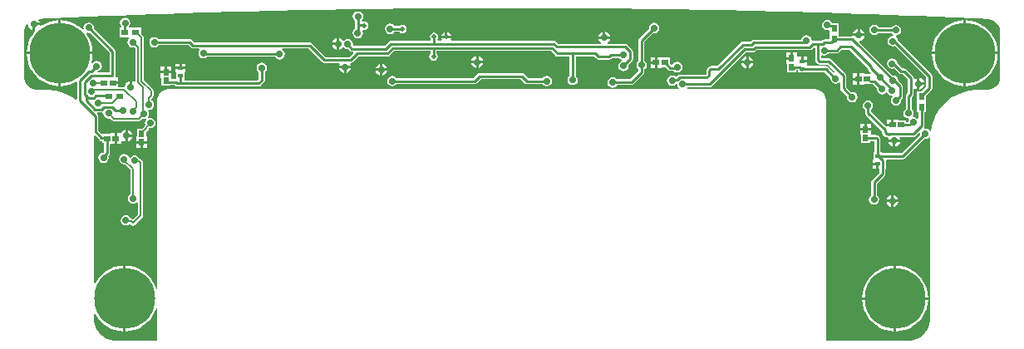
<source format=gbl>
G04*
G04 #@! TF.GenerationSoftware,Altium Limited,Altium Designer,21.6.4 (81)*
G04*
G04 Layer_Physical_Order=2*
G04 Layer_Color=16711680*
%FSLAX25Y25*%
%MOIN*%
G70*
G04*
G04 #@! TF.SameCoordinates,FEAF3D2B-D975-464B-86DB-8C6995E3C2F8*
G04*
G04*
G04 #@! TF.FilePolarity,Positive*
G04*
G01*
G75*
%ADD10C,0.00787*%
%ADD36R,0.02756X0.02362*%
%ADD37R,0.02559X0.02441*%
%ADD38R,0.02362X0.02756*%
%ADD39R,0.02441X0.02559*%
%ADD41R,0.01968X0.01575*%
%ADD42C,0.01000*%
%ADD43C,0.00591*%
%ADD44C,0.00984*%
%ADD45C,0.02756*%
%ADD46C,0.24410*%
%ADD47C,0.01968*%
G36*
X210532Y134236D02*
X214369Y134231D01*
X218207Y134222D01*
X222045Y134210D01*
X222045Y134210D01*
X225881Y134194D01*
X229718Y134174D01*
X233556Y134151D01*
X237391Y134125D01*
X237391Y134125D01*
X241228Y134094D01*
X245063Y134061D01*
X248898Y134023D01*
X252731Y133983D01*
X252731Y133983D01*
X256566Y133939D01*
X260399Y133891D01*
X264230Y133839D01*
X268062Y133784D01*
X271893Y133726D01*
X271893Y133726D01*
X275722Y133664D01*
X279551Y133598D01*
X283378Y133529D01*
X287206Y133457D01*
X287206D01*
X291030Y133381D01*
X294855Y133301D01*
X298679Y133218D01*
X302500Y133131D01*
X302500Y133131D01*
X306321Y133041D01*
X310140Y132947D01*
X313958Y132850D01*
X317774Y132749D01*
X321588Y132644D01*
X325402Y132537D01*
X329214Y132425D01*
X329214Y132425D01*
X333023Y132310D01*
X336831Y132192D01*
X340638Y132070D01*
X340639D01*
X344442Y131944D01*
X344442Y131944D01*
X348246Y131815D01*
X352046Y131683D01*
X352046Y131683D01*
X355845Y131547D01*
X359642Y131407D01*
X363436Y131264D01*
X367229Y131118D01*
X371018Y130968D01*
X374806Y130814D01*
X378592Y130657D01*
X382375Y130497D01*
X386157Y130333D01*
X386157D01*
X389934Y130165D01*
X393711Y129994D01*
X397484Y129820D01*
X397484Y129820D01*
X397971Y129797D01*
X398918Y129568D01*
X399806Y129163D01*
X400600Y128598D01*
X401273Y127893D01*
X401801Y127073D01*
X402164Y126168D01*
X402348Y125210D01*
X402348Y124723D01*
X402348Y106702D01*
Y106199D01*
X402152Y105213D01*
X401767Y104285D01*
X401209Y103449D01*
X400498Y102738D01*
X399662Y102180D01*
X398734Y101795D01*
X397748Y101599D01*
X397246Y101599D01*
X393702D01*
X393689Y101596D01*
X393676Y101598D01*
X392466Y101559D01*
X392427Y101550D01*
X392387Y101552D01*
X389987Y101236D01*
X389937Y101219D01*
X389884Y101216D01*
X387546Y100590D01*
X387499Y100566D01*
X387447Y100556D01*
X385211Y99629D01*
X385167Y99600D01*
X385117Y99583D01*
X383020Y98373D01*
X382981Y98338D01*
X382933Y98314D01*
X381013Y96841D01*
X380978Y96801D01*
X380934Y96772D01*
X379222Y95060D01*
X379193Y95016D01*
X379153Y94981D01*
X377680Y93061D01*
X377656Y93014D01*
X377622Y92974D01*
X376411Y90878D01*
X376394Y90828D01*
X376365Y90783D01*
X375439Y88547D01*
X375428Y88495D01*
X375405Y88448D01*
X374778Y86110D01*
X374775Y86057D01*
X374758Y86007D01*
X374625Y84997D01*
X374105Y84876D01*
X373820Y85301D01*
X373139Y85756D01*
X372336Y85916D01*
X372061Y85862D01*
X371761Y86312D01*
X371891Y86507D01*
X371983Y86968D01*
X371983Y86968D01*
Y92514D01*
X372641D01*
Y96345D01*
X372641Y96632D01*
X372641Y97132D01*
Y99260D01*
X374762Y101381D01*
X374762Y101381D01*
X375023Y101772D01*
X375115Y102233D01*
X375115Y102233D01*
Y106957D01*
X375023Y107418D01*
X374762Y107808D01*
X361382Y121189D01*
X361267Y121763D01*
X360812Y122444D01*
X360373Y122738D01*
X360567Y123207D01*
X360568Y123209D01*
X361371Y123369D01*
X362052Y123824D01*
X362507Y124505D01*
X362667Y125308D01*
X362507Y126111D01*
X362052Y126793D01*
X361371Y127248D01*
X360567Y127408D01*
X359764Y127248D01*
X359083Y126793D01*
X358958Y126605D01*
X353670D01*
X353420Y126979D01*
X352739Y127434D01*
X351936Y127593D01*
X351132Y127434D01*
X350451Y126979D01*
X349996Y126297D01*
X349836Y125494D01*
X349996Y124691D01*
X350451Y124010D01*
X351132Y123554D01*
X351936Y123395D01*
X352739Y123554D01*
X353420Y124010D01*
X353545Y124197D01*
X358834D01*
X359083Y123824D01*
X359522Y123530D01*
X359329Y123060D01*
X359328Y123059D01*
X358524Y122899D01*
X357843Y122444D01*
X357388Y121763D01*
X357228Y120960D01*
X357388Y120156D01*
X357843Y119475D01*
X358524Y119020D01*
X359328Y118860D01*
X360131Y119020D01*
X360139Y119025D01*
X372706Y106458D01*
Y102731D01*
X370938Y100963D01*
X368917D01*
Y97132D01*
X368917Y96845D01*
X368917Y96345D01*
Y92514D01*
X369574D01*
Y90106D01*
X369078Y89949D01*
X368397Y90404D01*
X367684Y90546D01*
X367491Y90831D01*
X367411Y91037D01*
X367578Y91287D01*
X367738Y92090D01*
X367578Y92894D01*
X367123Y93575D01*
X366843Y93762D01*
Y98402D01*
X367392Y98951D01*
X367392Y98951D01*
X367653Y99342D01*
X367745Y99803D01*
X367745Y99803D01*
Y101686D01*
X368245Y101954D01*
X368623Y101701D01*
X369051Y101616D01*
Y103941D01*
Y106266D01*
X368623Y106181D01*
X368245Y105928D01*
X367883Y106080D01*
X367735Y106189D01*
X367653Y106599D01*
X367392Y106989D01*
X364690Y109691D01*
X364300Y109952D01*
X363839Y110044D01*
X363839Y110044D01*
X363207D01*
X361108Y112144D01*
X360994Y112718D01*
X360539Y113399D01*
X359858Y113854D01*
X359054Y114014D01*
X358251Y113854D01*
X357570Y113399D01*
X357115Y112718D01*
X356955Y111915D01*
X357115Y111111D01*
X357570Y110430D01*
X358251Y109975D01*
X359054Y109815D01*
X359858Y109975D01*
X359865Y109980D01*
X361857Y107988D01*
X362248Y107727D01*
X362709Y107636D01*
X362709Y107636D01*
X363340D01*
X365337Y105639D01*
Y100302D01*
X364787Y99752D01*
X364526Y99361D01*
X364434Y98900D01*
X364434Y98900D01*
Y93762D01*
X364154Y93575D01*
X363699Y92894D01*
X363539Y92090D01*
X363699Y91287D01*
X364154Y90606D01*
X364835Y90151D01*
X365548Y90009D01*
X365742Y89723D01*
X365821Y89517D01*
X365654Y89268D01*
X365514Y88563D01*
X365468Y88517D01*
X364651D01*
Y89214D01*
X361506D01*
Y89533D01*
X359726D01*
Y87313D01*
X359226D01*
Y86813D01*
X356837D01*
X356485Y86667D01*
X350516Y92636D01*
Y93462D01*
X350796Y93649D01*
X351251Y94330D01*
X351411Y95133D01*
X351251Y95937D01*
X350796Y96618D01*
X350115Y97073D01*
X349311Y97233D01*
X348508Y97073D01*
X347827Y96618D01*
X347372Y95937D01*
X347212Y95133D01*
X347372Y94330D01*
X347827Y93649D01*
X348107Y93462D01*
Y92137D01*
X348107Y92137D01*
X348199Y91676D01*
X348460Y91286D01*
X354920Y84826D01*
Y84466D01*
X354920Y84466D01*
X355012Y84005D01*
X355273Y83615D01*
X356020Y82867D01*
X356020Y82867D01*
X356411Y82606D01*
X356871Y82515D01*
X357351D01*
X357379Y82496D01*
X357387Y82495D01*
X357620Y81944D01*
X357535Y81516D01*
X362185D01*
X362100Y81944D01*
X362013Y82074D01*
X362249Y82515D01*
X367530D01*
X367530Y82515D01*
X367990Y82606D01*
X368381Y82867D01*
X369825Y84311D01*
X370286Y84065D01*
X370236Y83817D01*
X370302Y83486D01*
X362854Y76038D01*
X354792D01*
Y76302D01*
X354331D01*
Y81638D01*
X354331Y81638D01*
X354239Y82099D01*
X353978Y82490D01*
X353978Y82490D01*
X353472Y82995D01*
X353082Y83256D01*
X352621Y83348D01*
X352621Y83348D01*
X350612D01*
Y85108D01*
X348392D01*
X346171D01*
Y83329D01*
X346490D01*
Y80183D01*
X350293D01*
Y80940D01*
X351922D01*
Y76302D01*
X351461D01*
Y73472D01*
X351142D01*
Y72184D01*
X353127D01*
Y71684D01*
X353626D01*
Y69897D01*
X353906D01*
Y68266D01*
X350913Y65273D01*
X350652Y64882D01*
X350561Y64422D01*
X350561Y64422D01*
Y59106D01*
X350280Y58919D01*
X349825Y58237D01*
X349665Y57434D01*
X349825Y56631D01*
X350280Y55950D01*
X350961Y55494D01*
X351765Y55335D01*
X352568Y55494D01*
X353249Y55950D01*
X353705Y56631D01*
X353864Y57434D01*
X353705Y58237D01*
X353249Y58919D01*
X352969Y59106D01*
Y63923D01*
X355962Y66916D01*
X355962Y66916D01*
X356223Y67307D01*
X356315Y67768D01*
X356315Y67768D01*
Y69610D01*
X356511Y69903D01*
X356602Y70363D01*
Y73005D01*
X356602Y73005D01*
X356578Y73129D01*
X356957Y73630D01*
X363352D01*
X363352Y73629D01*
X363813Y73721D01*
X364204Y73982D01*
X372005Y81783D01*
X372336Y81717D01*
X373139Y81877D01*
X373820Y82332D01*
X373900Y82452D01*
X374364Y82327D01*
X374398Y82305D01*
X374395Y82292D01*
X374395Y9844D01*
Y8953D01*
X374048Y7207D01*
X373367Y5562D01*
X372377Y4081D01*
X371118Y2822D01*
X369638Y1833D01*
X367992Y1151D01*
X366246Y804D01*
X332497D01*
Y97049D01*
X332493Y97068D01*
X332496Y97088D01*
X332477Y97474D01*
X332463Y97532D01*
Y97591D01*
X332312Y98348D01*
X332282Y98421D01*
X332266Y98499D01*
X331971Y99212D01*
X331927Y99278D01*
X331897Y99351D01*
X331468Y99992D01*
X331412Y100048D01*
X331368Y100114D01*
X330823Y100660D01*
X330757Y100704D01*
X330701Y100759D01*
X330059Y101188D01*
X329986Y101218D01*
X329920Y101262D01*
X329207Y101558D01*
X329130Y101573D01*
X329057Y101603D01*
X328300Y101754D01*
X328240D01*
X328183Y101769D01*
X327797Y101787D01*
X327777Y101785D01*
X327757Y101788D01*
X277128Y101788D01*
X276871Y102288D01*
X277003Y102474D01*
X285783D01*
X285783Y102474D01*
X286244Y102566D01*
X286634Y102827D01*
X300382Y116574D01*
X303455D01*
X303455Y116574D01*
X303916Y116666D01*
X304307Y116927D01*
X304728Y117349D01*
X325968D01*
X325968Y117349D01*
X326428Y117440D01*
X326819Y117701D01*
X327604Y118487D01*
X328104Y118280D01*
Y113390D01*
X328104Y113390D01*
X328196Y112929D01*
X328457Y112539D01*
X329043Y111953D01*
X329043Y111953D01*
X329433Y111692D01*
X329894Y111600D01*
X333242D01*
X335948Y108894D01*
X335795Y108341D01*
X335724Y108323D01*
X333403Y110645D01*
X333012Y110906D01*
X332551Y110998D01*
X332551Y110998D01*
X325496D01*
X325061Y111156D01*
Y112443D01*
X323077D01*
Y112943D01*
X322577D01*
Y114730D01*
X321093D01*
X320962Y115176D01*
Y116336D01*
X319241D01*
Y114056D01*
X318741D01*
Y113556D01*
X316521D01*
Y111776D01*
X316840D01*
Y108631D01*
X320643D01*
Y109387D01*
X321412D01*
Y108325D01*
X322476D01*
X322593Y108302D01*
X322790D01*
X322906Y108325D01*
X324742D01*
Y108589D01*
X332052D01*
X334369Y106273D01*
X334303Y105942D01*
X334463Y105139D01*
X334918Y104458D01*
X335599Y104003D01*
X336403Y103843D01*
X337206Y104003D01*
X337758Y104371D01*
X338258Y104181D01*
Y102058D01*
X338258Y102057D01*
X338350Y101597D01*
X338611Y101206D01*
X340963Y98853D01*
X340897Y98523D01*
X341057Y97720D01*
X341512Y97038D01*
X342193Y96583D01*
X342997Y96424D01*
X343800Y96583D01*
X344481Y97038D01*
X344936Y97720D01*
X345096Y98523D01*
X344936Y99326D01*
X344481Y100007D01*
X343800Y100462D01*
X342997Y100622D01*
X342666Y100557D01*
X340666Y102556D01*
Y107083D01*
X340575Y107544D01*
X340314Y107935D01*
X334593Y113656D01*
X334202Y113917D01*
X333741Y114009D01*
X333741Y114009D01*
X330513D01*
Y115175D01*
X330954Y115411D01*
X331064Y115337D01*
X331868Y115178D01*
X332671Y115337D01*
X333352Y115793D01*
X333539Y116073D01*
X336771D01*
X336771Y116073D01*
X337232Y116164D01*
X337623Y116426D01*
X338637Y117440D01*
X342068D01*
X349286Y110222D01*
Y110098D01*
X349286Y110097D01*
X349377Y109637D01*
X349639Y109246D01*
X350713Y108171D01*
X350506Y107671D01*
X347839D01*
Y107990D01*
X346059D01*
Y105770D01*
Y103549D01*
X347839D01*
Y103868D01*
X349652D01*
X349693Y103840D01*
X350154Y103749D01*
X351366D01*
X353056Y102058D01*
X352989Y101720D01*
X353149Y100917D01*
X353604Y100236D01*
X354285Y99781D01*
X355088Y99621D01*
X355892Y99781D01*
X356573Y100236D01*
X356642Y100339D01*
X357197Y100270D01*
X357552Y99740D01*
X358233Y99285D01*
X358930Y99146D01*
X359077Y98770D01*
X359092Y98643D01*
X358650Y97981D01*
X358490Y97177D01*
X358650Y96374D01*
X359105Y95693D01*
X359786Y95238D01*
X360589Y95078D01*
X361393Y95238D01*
X362074Y95693D01*
X362529Y96374D01*
X362689Y97177D01*
X362640Y97423D01*
X363006Y97790D01*
X363006Y97790D01*
X363267Y98180D01*
X363359Y98641D01*
X363359Y98641D01*
Y102662D01*
X363267Y103123D01*
X363006Y103514D01*
X363006Y103514D01*
X361478Y105042D01*
X361514Y105226D01*
X361355Y106030D01*
X360900Y106711D01*
X360219Y107166D01*
X359415Y107326D01*
X359231Y107289D01*
X345897Y120623D01*
X346062Y121166D01*
X346554Y121264D01*
X347341Y121789D01*
X347867Y122576D01*
X347952Y123003D01*
X342873D01*
X342806Y122933D01*
X338060D01*
X337706Y123287D01*
X337706Y123788D01*
X337706Y124288D01*
Y128119D01*
X335407D01*
X335260Y128217D01*
X334884Y128292D01*
X334461Y128925D01*
X333780Y129380D01*
X332977Y129540D01*
X332173Y129380D01*
X331492Y128925D01*
X331037Y128244D01*
X330877Y127440D01*
X331037Y126637D01*
X331492Y125956D01*
X332173Y125501D01*
X332977Y125341D01*
X333482Y125442D01*
X333982Y125080D01*
X333982Y124000D01*
X333982Y123500D01*
Y121654D01*
X331918D01*
X331918Y121654D01*
X331457Y121563D01*
X331067Y121302D01*
X331067Y121302D01*
X330837Y121072D01*
X327282D01*
X327282Y121072D01*
X327187Y121053D01*
X327099Y121083D01*
X326668Y121433D01*
X326551Y122022D01*
X326096Y122703D01*
X325414Y123158D01*
X324611Y123318D01*
X323808Y123158D01*
X323127Y122703D01*
X322671Y122022D01*
X322576Y121545D01*
X303489D01*
X303489Y121545D01*
X303028Y121453D01*
X302638Y121192D01*
X302638Y121192D01*
X302216Y120770D01*
X299143D01*
X298682Y120678D01*
X298291Y120417D01*
X298291Y120417D01*
X288873Y111000D01*
X286373D01*
X285912Y110908D01*
X285522Y110647D01*
X285522Y110647D01*
X284774Y109900D01*
X284513Y109509D01*
X284422Y109048D01*
X284422Y109048D01*
Y107779D01*
X284179Y107536D01*
X273902D01*
X273902Y107536D01*
X273442Y107444D01*
X273051Y107183D01*
X273051Y107183D01*
X272529Y106662D01*
X272167D01*
X271569Y107061D01*
X270766Y107221D01*
X269963Y107061D01*
X269282Y106606D01*
X268826Y105925D01*
X268667Y105121D01*
X268826Y104318D01*
X269282Y103637D01*
X269963Y103182D01*
X270766Y103022D01*
X271569Y103182D01*
X272251Y103637D01*
X272444Y103927D01*
X272915Y103732D01*
X272904Y103675D01*
X273064Y102872D01*
X273453Y102288D01*
X273289Y101788D01*
X247188D01*
X247139Y102288D01*
X247339Y102328D01*
X247807Y102421D01*
X248488Y102876D01*
X248781Y103315D01*
X254555D01*
X254555Y103315D01*
X255016Y103407D01*
X255406Y103668D01*
X259385Y107646D01*
X259385Y107646D01*
X259646Y108037D01*
X259737Y108498D01*
Y109736D01*
X260018Y109923D01*
X260473Y110605D01*
X260632Y111408D01*
X260473Y112211D01*
X260018Y112892D01*
X259737Y113080D01*
Y120662D01*
X263249Y124174D01*
X263580Y124108D01*
X264384Y124268D01*
X265065Y124723D01*
X265520Y125404D01*
X265680Y126208D01*
X265520Y127011D01*
X265065Y127692D01*
X264384Y128147D01*
X263580Y128307D01*
X262777Y128147D01*
X262096Y127692D01*
X261641Y127011D01*
X261481Y126208D01*
X261546Y125877D01*
X257682Y122012D01*
X257420Y121622D01*
X257329Y121161D01*
X257329Y121161D01*
Y113080D01*
X257049Y112892D01*
X256593Y112211D01*
X256434Y111408D01*
X256593Y110605D01*
X257049Y109923D01*
X257329Y109736D01*
Y108996D01*
X254056Y105724D01*
X248569D01*
X248488Y105845D01*
X247807Y106300D01*
X247003Y106460D01*
X246200Y106300D01*
X245519Y105845D01*
X245064Y105164D01*
X244904Y104361D01*
X245064Y103558D01*
X245519Y102876D01*
X246200Y102421D01*
X246668Y102328D01*
X246868Y102288D01*
X246819Y101788D01*
X69096Y101788D01*
X69076Y101785D01*
X69056Y101787D01*
X68671Y101769D01*
X68613Y101754D01*
X68553D01*
X67796Y101603D01*
X67723Y101573D01*
X67646Y101558D01*
X66933Y101262D01*
X66867Y101218D01*
X66794Y101188D01*
X66152Y100759D01*
X66096Y100704D01*
X66031Y100660D01*
X65485Y100114D01*
X65441Y100048D01*
X65385Y99992D01*
X64956Y99351D01*
X64926Y99277D01*
X64882Y99212D01*
X64587Y98499D01*
X64571Y98421D01*
X64541Y98348D01*
X64390Y97591D01*
Y97532D01*
X64376Y97474D01*
X64357Y97088D01*
X64372Y96991D01*
Y21481D01*
X63872Y21422D01*
X63778Y21810D01*
X62983Y23730D01*
X61897Y25502D01*
X60547Y27083D01*
X58967Y28432D01*
X57194Y29518D01*
X55274Y30314D01*
X53253Y30799D01*
X51681Y30923D01*
Y17717D01*
Y4510D01*
X53253Y4634D01*
X55274Y5119D01*
X57194Y5915D01*
X58967Y7001D01*
X60547Y8350D01*
X61897Y9931D01*
X62983Y11703D01*
X63778Y13623D01*
X63872Y14011D01*
X64372Y13952D01*
Y804D01*
X47142D01*
X45396Y1151D01*
X43751Y1833D01*
X42270Y2822D01*
X41011Y4081D01*
X40022Y5562D01*
X39340Y7207D01*
X38993Y8953D01*
Y11376D01*
X39493Y11517D01*
X40465Y9931D01*
X41815Y8350D01*
X43396Y7001D01*
X45168Y5915D01*
X47088Y5119D01*
X49109Y4634D01*
X50681Y4510D01*
Y17717D01*
Y30923D01*
X49109Y30799D01*
X47088Y30314D01*
X45168Y29518D01*
X43396Y28432D01*
X41815Y27083D01*
X40465Y25502D01*
X39493Y23916D01*
X38993Y24057D01*
X38993Y82292D01*
X38991Y82305D01*
X38993Y82318D01*
X38977Y82794D01*
X39436Y82993D01*
X41219Y81209D01*
X41219Y81209D01*
X41610Y80948D01*
X42071Y80856D01*
X42304D01*
Y79980D01*
X42944D01*
Y76577D01*
X42659Y76292D01*
X41954Y76152D01*
X41273Y75697D01*
X40818Y75016D01*
X40658Y74212D01*
X40818Y73409D01*
X41273Y72728D01*
X41954Y72273D01*
X42757Y72113D01*
X43561Y72273D01*
X44242Y72728D01*
X44697Y73409D01*
X44857Y74212D01*
X44712Y74939D01*
X45000Y75227D01*
X45000Y75227D01*
X45261Y75618D01*
X45353Y76078D01*
Y79201D01*
X45450Y79661D01*
X47229D01*
Y81882D01*
Y84102D01*
X45450D01*
Y83783D01*
X42304D01*
X42304Y83783D01*
Y83783D01*
X41872Y83962D01*
X40664Y85171D01*
Y90917D01*
X40664Y90917D01*
X40572Y91377D01*
X40311Y91768D01*
X40136Y91943D01*
X40327Y92405D01*
X41798D01*
X42256Y92496D01*
X42261Y92500D01*
X42711Y92199D01*
X42667Y91975D01*
X42826Y91171D01*
X43281Y90490D01*
X43962Y90035D01*
X44766Y89875D01*
X45343Y89990D01*
X46140Y89193D01*
X46463Y88977D01*
X46844Y88901D01*
X56857D01*
X57238Y88977D01*
X57561Y89193D01*
X58194Y89825D01*
X58832Y89698D01*
X59548Y89841D01*
X59765Y89633D01*
X59879Y89436D01*
X59544Y88935D01*
X59384Y88131D01*
X59542Y87339D01*
X59309Y87105D01*
X59093Y86782D01*
X59017Y86401D01*
Y86396D01*
X58499Y85878D01*
X56104D01*
Y82733D01*
X55785D01*
Y80953D01*
X58006D01*
X60226D01*
Y82733D01*
X59907D01*
Y84470D01*
X60716Y85280D01*
X60932Y85603D01*
X61008Y85984D01*
X61484Y86032D01*
X62287Y86192D01*
X62968Y86647D01*
X63423Y87328D01*
X63583Y88131D01*
X63423Y88935D01*
X62968Y89616D01*
X62287Y90071D01*
X61484Y90231D01*
X60767Y90088D01*
X60550Y90297D01*
X60437Y90494D01*
X60772Y90995D01*
X60931Y91798D01*
X60772Y92601D01*
X60528Y92966D01*
X60829Y93416D01*
X60971Y93388D01*
X61775Y93547D01*
X62456Y94003D01*
X62911Y94684D01*
X63071Y95487D01*
X62911Y96290D01*
X62456Y96972D01*
X62060Y97237D01*
X62026Y97758D01*
X62531Y98262D01*
X62747Y98585D01*
X62822Y98966D01*
Y101003D01*
X62747Y101384D01*
X62531Y101707D01*
X58890Y105348D01*
Y122309D01*
X58814Y122689D01*
X58598Y123012D01*
X57775Y123835D01*
Y126328D01*
X53945D01*
X53657Y126328D01*
X53141Y126328D01*
X53002Y126640D01*
X52959Y126828D01*
X53389Y127472D01*
X53549Y128275D01*
X53389Y129079D01*
X52934Y129760D01*
X52253Y130215D01*
X51450Y130375D01*
X50646Y130215D01*
X49965Y129760D01*
X49510Y129079D01*
X49350Y128275D01*
X49510Y127472D01*
X49940Y126828D01*
X49897Y126640D01*
X49758Y126328D01*
X49327D01*
Y122604D01*
X53045D01*
X53197Y122104D01*
X53001Y121973D01*
X52546Y121292D01*
X52386Y120488D01*
X52546Y119685D01*
X53001Y119004D01*
X53682Y118549D01*
X54486Y118389D01*
X55132Y118517D01*
X55498Y118190D01*
Y104919D01*
X54998Y104652D01*
X54682Y104863D01*
X54254Y104948D01*
Y102623D01*
X53254D01*
Y104948D01*
X52827Y104863D01*
X52040Y104337D01*
X51514Y103551D01*
X51386Y102905D01*
X51155Y102561D01*
X50854Y102455D01*
X48746D01*
Y103693D01*
X46466D01*
Y104693D01*
X48746D01*
Y106414D01*
X47783D01*
X47455Y106914D01*
X47501Y107146D01*
Y116851D01*
X47409Y117312D01*
X47148Y117703D01*
X47148Y117703D01*
X38874Y125977D01*
X38940Y126307D01*
X38780Y127111D01*
X38325Y127792D01*
X37644Y128247D01*
X36841Y128407D01*
X36037Y128247D01*
X35356Y127792D01*
X34901Y127111D01*
X34741Y126307D01*
X34812Y125953D01*
X34355Y125685D01*
X32982Y126858D01*
X31210Y127944D01*
X29290Y128739D01*
X27269Y129224D01*
X25697Y129348D01*
Y116642D01*
X38403D01*
X38279Y118214D01*
X37794Y120235D01*
X36999Y122155D01*
X35944Y123877D01*
X36003Y124043D01*
X36226Y124330D01*
X36841Y124208D01*
X37171Y124274D01*
X45092Y116353D01*
Y108343D01*
X40325D01*
X40229Y108451D01*
X40102Y108843D01*
X40106Y108846D01*
X40844Y108993D01*
X41525Y109448D01*
X41980Y110129D01*
X42140Y110932D01*
X41980Y111736D01*
X41525Y112417D01*
X40844Y112872D01*
X40041Y113032D01*
X39237Y112872D01*
X38556Y112417D01*
X38307Y112044D01*
X37842Y112248D01*
X38279Y114070D01*
X38403Y115642D01*
X25697D01*
Y102936D01*
X27269Y103059D01*
X29290Y103544D01*
X31210Y104340D01*
X31711Y104647D01*
X32147Y104402D01*
Y97647D01*
X31647Y97400D01*
X30455Y98314D01*
X30408Y98338D01*
X30368Y98373D01*
X28272Y99583D01*
X28222Y99600D01*
X28178Y99629D01*
X25942Y100556D01*
X25890Y100566D01*
X25842Y100590D01*
X23504Y101216D01*
X23451Y101219D01*
X23401Y101236D01*
X21001Y101552D01*
X20962Y101550D01*
X20923Y101559D01*
X19713Y101598D01*
X19700Y101596D01*
X19686Y101599D01*
X15641Y101599D01*
X14655Y101795D01*
X13726Y102180D01*
X12890Y102738D01*
X12179Y103449D01*
X11621Y104285D01*
X11236Y105213D01*
X11040Y106199D01*
X11040Y106702D01*
Y124723D01*
Y125210D01*
X11225Y126168D01*
X11588Y127073D01*
X11962Y127655D01*
X12492Y127554D01*
X12619Y126916D01*
X13145Y126129D01*
X13931Y125603D01*
X14359Y125518D01*
Y127843D01*
X14859D01*
Y128343D01*
X17184D01*
X17099Y128771D01*
X16708Y129356D01*
X16941Y129868D01*
X19678Y129994D01*
X23455Y130165D01*
X27232Y130333D01*
X27232Y130333D01*
X31014Y130497D01*
X34797Y130657D01*
X38583Y130814D01*
X42371Y130968D01*
X46160Y131118D01*
X49952Y131264D01*
X53747Y131407D01*
X57543Y131547D01*
X61343Y131683D01*
X61343Y131683D01*
X65143Y131815D01*
X68946Y131944D01*
X68946Y131944D01*
X72750Y132070D01*
X72750D01*
X76557Y132192D01*
X80365Y132310D01*
X84175Y132425D01*
X87987Y132537D01*
X91800Y132644D01*
X95615Y132749D01*
X99430Y132850D01*
X103248Y132947D01*
X107067Y133041D01*
X110889Y133131D01*
X110889Y133131D01*
X114710Y133218D01*
X118533Y133301D01*
X122358Y133381D01*
X126183Y133457D01*
X126183D01*
X130010Y133529D01*
X133838Y133598D01*
X137667Y133664D01*
X141496Y133726D01*
X141496Y133726D01*
X145327Y133784D01*
X149158Y133839D01*
X152990Y133891D01*
X156823Y133939D01*
X160657Y133983D01*
X160657Y133983D01*
X164491Y134023D01*
X168325Y134061D01*
X172161Y134094D01*
X175997Y134125D01*
X175997Y134125D01*
X179833Y134151D01*
X183670Y134174D01*
X187507Y134194D01*
X191343Y134210D01*
X191344Y134210D01*
X195182Y134222D01*
X199019Y134231D01*
X202857Y134236D01*
X206694Y134238D01*
X210532Y134236D01*
D02*
G37*
%LPC*%
G36*
X24697Y129348D02*
X23125Y129224D01*
X21104Y128739D01*
X19184Y127944D01*
X17623Y126987D01*
X17175Y127299D01*
X17184Y127343D01*
X15359D01*
Y125113D01*
X15414Y125020D01*
X14481Y123927D01*
X13395Y122155D01*
X12600Y120235D01*
X12114Y118214D01*
X11991Y116642D01*
X24697D01*
Y129348D01*
D02*
G37*
G36*
X144846Y132934D02*
X144042Y132775D01*
X143361Y132319D01*
X142906Y131638D01*
X142746Y130835D01*
X142906Y130032D01*
X143361Y129350D01*
X143593Y129196D01*
Y127533D01*
X143593Y127532D01*
X143593Y127532D01*
Y125935D01*
X143263Y125715D01*
X142808Y125033D01*
X142649Y124230D01*
X142808Y123427D01*
X143263Y122746D01*
X143945Y122291D01*
X144748Y122131D01*
X145551Y122291D01*
X146232Y122746D01*
X146688Y123427D01*
X146847Y124230D01*
X146688Y125033D01*
X146639Y125106D01*
X146940Y125556D01*
X147273Y125490D01*
X147922Y125619D01*
X148473Y125987D01*
X148841Y126538D01*
X148970Y127188D01*
X148841Y127838D01*
X148473Y128389D01*
X147922Y128757D01*
X147273Y128886D01*
X146824Y128797D01*
X146358Y129055D01*
X146288Y129135D01*
X146270Y129310D01*
X146330Y129350D01*
X146785Y130032D01*
X146945Y130835D01*
X146785Y131638D01*
X146330Y132319D01*
X145649Y132775D01*
X144846Y132934D01*
D02*
G37*
G36*
X157753Y127993D02*
X156949Y127833D01*
X156268Y127378D01*
X155813Y126697D01*
X155653Y125894D01*
X155813Y125090D01*
X156268Y124409D01*
X156949Y123954D01*
X157753Y123794D01*
X158556Y123954D01*
X159237Y124409D01*
X159387Y124633D01*
X161429D01*
X161464Y124580D01*
X162015Y124212D01*
X162665Y124082D01*
X163315Y124212D01*
X163866Y124580D01*
X164234Y125131D01*
X164363Y125780D01*
X164234Y126430D01*
X163866Y126981D01*
X163315Y127349D01*
X162665Y127478D01*
X162015Y127349D01*
X161555Y127041D01*
X159462D01*
X159237Y127378D01*
X158556Y127833D01*
X157753Y127993D01*
D02*
G37*
G36*
X346127Y125829D02*
Y124004D01*
X347952D01*
X347867Y124431D01*
X347341Y125218D01*
X346554Y125743D01*
X346127Y125829D01*
D02*
G37*
G36*
X345127D02*
X344699Y125743D01*
X343912Y125218D01*
X343387Y124431D01*
X343302Y124004D01*
X345127D01*
Y125829D01*
D02*
G37*
G36*
X180743Y124622D02*
Y123198D01*
X182166D01*
X182112Y123473D01*
X181673Y124129D01*
X181017Y124567D01*
X180743Y124622D01*
D02*
G37*
G36*
X179743D02*
X179468Y124567D01*
X178812Y124129D01*
X178373Y123473D01*
X178319Y123198D01*
X179743D01*
Y124622D01*
D02*
G37*
G36*
X244062Y124700D02*
Y122875D01*
X245887D01*
X245802Y123303D01*
X245276Y124089D01*
X244490Y124615D01*
X244062Y124700D01*
D02*
G37*
G36*
X243062D02*
X242634Y124615D01*
X241847Y124089D01*
X241322Y123303D01*
X241237Y122875D01*
X243062D01*
Y124700D01*
D02*
G37*
G36*
X175352Y124396D02*
X174702Y124267D01*
X174151Y123899D01*
X173783Y123348D01*
X173654Y122698D01*
X173783Y122049D01*
X174039Y121666D01*
X173929Y121166D01*
X158072D01*
X158072Y121166D01*
X157611Y121074D01*
X157220Y120813D01*
X157220Y120813D01*
X155512Y119105D01*
X143234D01*
X142823Y119601D01*
X142849Y119734D01*
X142689Y120537D01*
X142234Y121218D01*
X141553Y121673D01*
X140750Y121833D01*
X139946Y121673D01*
X139317Y121253D01*
X139139Y121199D01*
X138752D01*
X138485Y121599D01*
X137698Y122124D01*
X137271Y122209D01*
Y119884D01*
Y117559D01*
X137698Y117644D01*
X138485Y118170D01*
X138652Y118419D01*
X139152D01*
X139265Y118249D01*
X139946Y117794D01*
X140750Y117634D01*
X140875Y117659D01*
X141484Y117050D01*
X141484Y117050D01*
X141875Y116789D01*
X142335Y116697D01*
X142335Y116697D01*
X142825D01*
X143016Y116235D01*
X141402Y114620D01*
X131790D01*
X126338Y120072D01*
X125947Y120334D01*
X125487Y120425D01*
X125487Y120425D01*
X79175D01*
X78225Y121376D01*
X77834Y121637D01*
X77373Y121728D01*
X77373Y121728D01*
X64864D01*
X64677Y122009D01*
X63996Y122464D01*
X63192Y122624D01*
X62389Y122464D01*
X61708Y122009D01*
X61253Y121327D01*
X61093Y120524D01*
X61253Y119721D01*
X61708Y119040D01*
X62389Y118585D01*
X63192Y118425D01*
X63996Y118585D01*
X64677Y119040D01*
X64864Y119320D01*
X76875D01*
X77825Y118369D01*
X78216Y118108D01*
X78676Y118017D01*
X78676Y118017D01*
X81028D01*
X81255Y117517D01*
X80916Y117009D01*
X80756Y116206D01*
X80916Y115402D01*
X81371Y114721D01*
X82052Y114266D01*
X82856Y114107D01*
X83659Y114266D01*
X84340Y114721D01*
X84349Y114734D01*
X111497D01*
X111841Y114219D01*
X112522Y113764D01*
X113326Y113604D01*
X114129Y113764D01*
X114810Y114219D01*
X115265Y114900D01*
X115425Y115704D01*
X115265Y116507D01*
X114810Y117188D01*
X114318Y117517D01*
X114470Y118017D01*
X124988D01*
X130440Y112565D01*
X130440Y112565D01*
X130831Y112304D01*
X131291Y112212D01*
X131291Y112212D01*
X137311D01*
X137547Y111771D01*
X137376Y111515D01*
X137291Y111087D01*
X141941D01*
X141856Y111515D01*
X141675Y111786D01*
X141981Y112228D01*
X142361Y112304D01*
X142752Y112565D01*
X145021Y114834D01*
X156659D01*
X156659Y114834D01*
X157120Y114926D01*
X157511Y115187D01*
X159306Y116982D01*
X173902D01*
Y116016D01*
X173537Y115470D01*
X173408Y114820D01*
X173537Y114171D01*
X173905Y113620D01*
X174456Y113252D01*
X175106Y113122D01*
X175756Y113252D01*
X176307Y113620D01*
X176675Y114171D01*
X176804Y114820D01*
X176675Y115470D01*
X176310Y116016D01*
Y116982D01*
X222089D01*
X223908Y115163D01*
X223908Y115163D01*
X224298Y114902D01*
X224759Y114811D01*
X229681D01*
Y107076D01*
X229401Y106889D01*
X228946Y106208D01*
X228786Y105404D01*
X228946Y104601D01*
X229401Y103920D01*
X230082Y103465D01*
X230885Y103305D01*
X231689Y103465D01*
X232370Y103920D01*
X232825Y104601D01*
X232985Y105404D01*
X232825Y106208D01*
X232370Y106889D01*
X232089Y107076D01*
Y114811D01*
X239581D01*
X240416Y113975D01*
X240416Y113975D01*
X240807Y113714D01*
X241268Y113622D01*
X241268Y113622D01*
X245748D01*
X245749Y113622D01*
X246209Y113714D01*
X246600Y113975D01*
X246832Y114207D01*
X249617D01*
X249804Y113926D01*
X250455Y113491D01*
X250480Y113295D01*
X250477Y113172D01*
X250448Y112969D01*
X249790Y112529D01*
X249335Y111848D01*
X249175Y111045D01*
X249335Y110241D01*
X249790Y109560D01*
X250471Y109105D01*
X251274Y108946D01*
X252078Y109105D01*
X252759Y109560D01*
X253214Y110241D01*
X253374Y111045D01*
X253308Y111375D01*
X254794Y112861D01*
X255055Y113252D01*
X255147Y113713D01*
X255147Y113713D01*
Y116766D01*
X255055Y117226D01*
X254794Y117617D01*
X254794Y117617D01*
X252891Y119520D01*
X252500Y119781D01*
X252039Y119873D01*
X252039Y119873D01*
X244997D01*
X244845Y120373D01*
X245276Y120661D01*
X245802Y121447D01*
X245887Y121875D01*
X241237D01*
X241322Y121447D01*
X241847Y120661D01*
X242278Y120373D01*
X242127Y119873D01*
X225116D01*
X224175Y120813D01*
X223784Y121074D01*
X223323Y121166D01*
X223323Y121166D01*
X182206D01*
X181939Y121666D01*
X182112Y121924D01*
X182166Y122198D01*
X178319D01*
X178373Y121924D01*
X178546Y121666D01*
X178279Y121166D01*
X176888D01*
X176665Y121666D01*
X176921Y122049D01*
X177050Y122698D01*
X176921Y123348D01*
X176553Y123899D01*
X176002Y124267D01*
X175352Y124396D01*
D02*
G37*
G36*
X136271Y122209D02*
X135843Y122124D01*
X135056Y121599D01*
X134531Y120812D01*
X134446Y120384D01*
X136271D01*
Y122209D01*
D02*
G37*
G36*
Y119384D02*
X134446D01*
X134531Y118956D01*
X135056Y118170D01*
X135843Y117644D01*
X136271Y117559D01*
Y119384D01*
D02*
G37*
G36*
X388689Y129348D02*
Y116642D01*
X401395D01*
X401271Y118214D01*
X400786Y120235D01*
X399991Y122155D01*
X398905Y123927D01*
X397555Y125508D01*
X395974Y126858D01*
X394202Y127944D01*
X392282Y128739D01*
X390261Y129224D01*
X388689Y129348D01*
D02*
G37*
G36*
X387689D02*
X386117Y129224D01*
X384096Y128739D01*
X382176Y127944D01*
X380403Y126858D01*
X378823Y125508D01*
X377473Y123927D01*
X376387Y122155D01*
X375592Y120235D01*
X375107Y118214D01*
X374983Y116642D01*
X387689D01*
Y129348D01*
D02*
G37*
G36*
X318242Y116336D02*
X316521D01*
Y114556D01*
X318242D01*
Y116336D01*
D02*
G37*
G36*
X323577Y114730D02*
Y113443D01*
X325061D01*
Y114730D01*
X323577D01*
D02*
G37*
G36*
X193101Y114924D02*
Y113098D01*
X194926D01*
X194841Y113526D01*
X194316Y114313D01*
X193529Y114838D01*
X193101Y114924D01*
D02*
G37*
G36*
X192101D02*
X191673Y114838D01*
X190887Y114313D01*
X190361Y113526D01*
X190276Y113098D01*
X192101D01*
Y114924D01*
D02*
G37*
G36*
X301453Y114845D02*
Y113020D01*
X303278D01*
X303193Y113447D01*
X302667Y114234D01*
X301881Y114760D01*
X301453Y114845D01*
D02*
G37*
G36*
X300453D02*
X300025Y114760D01*
X299238Y114234D01*
X298713Y113447D01*
X298628Y113020D01*
X300453D01*
Y114845D01*
D02*
G37*
G36*
X263869Y114618D02*
X262090D01*
Y112898D01*
X263869D01*
Y114618D01*
D02*
G37*
G36*
X75628Y111951D02*
X74144D01*
Y110664D01*
X75628D01*
Y111951D01*
D02*
G37*
G36*
X73144D02*
X71660D01*
Y110664D01*
X73144D01*
Y111951D01*
D02*
G37*
G36*
X194926Y112098D02*
X193101D01*
Y110273D01*
X193529Y110358D01*
X194316Y110884D01*
X194841Y111671D01*
X194926Y112098D01*
D02*
G37*
G36*
X192101D02*
X190276D01*
X190361Y111671D01*
X190887Y110884D01*
X191673Y110358D01*
X192101Y110273D01*
Y112098D01*
D02*
G37*
G36*
X303278Y112020D02*
X301453D01*
Y110195D01*
X301881Y110280D01*
X302667Y110805D01*
X303193Y111592D01*
X303278Y112020D01*
D02*
G37*
G36*
X300453D02*
X298628D01*
X298713Y111592D01*
X299238Y110805D01*
X300025Y110280D01*
X300453Y110195D01*
Y112020D01*
D02*
G37*
G36*
X263869Y111898D02*
X262090D01*
Y110177D01*
X263869D01*
Y111898D01*
D02*
G37*
G36*
X154653Y111881D02*
Y110056D01*
X156478D01*
X156393Y110484D01*
X155867Y111270D01*
X155081Y111796D01*
X154653Y111881D01*
D02*
G37*
G36*
X153653D02*
X153225Y111796D01*
X152438Y111270D01*
X151913Y110484D01*
X151828Y110056D01*
X153653D01*
Y111881D01*
D02*
G37*
G36*
X70040Y110791D02*
X68320D01*
Y109012D01*
X70040D01*
Y110791D01*
D02*
G37*
G36*
X67320D02*
X65599D01*
Y109012D01*
X67320D01*
Y110791D01*
D02*
G37*
G36*
X266649Y114618D02*
X264869D01*
Y112398D01*
Y110177D01*
X266649D01*
Y110496D01*
X268092D01*
X269176Y109412D01*
X269176Y109412D01*
X269567Y109151D01*
X270028Y109059D01*
X270028Y109059D01*
X271372D01*
X272032Y108617D01*
X272836Y108457D01*
X273639Y108617D01*
X274320Y109072D01*
X274776Y109753D01*
X274935Y110557D01*
X274776Y111360D01*
X274320Y112041D01*
X273639Y112496D01*
X272836Y112656D01*
X272032Y112496D01*
X271352Y112041D01*
X271004Y111521D01*
X270502Y111492D01*
X269795Y112199D01*
Y114299D01*
X266649D01*
Y114618D01*
D02*
G37*
G36*
X141941Y110087D02*
X140116D01*
Y108262D01*
X140544Y108347D01*
X141330Y108873D01*
X141856Y109660D01*
X141941Y110087D01*
D02*
G37*
G36*
X139116D02*
X137291D01*
X137376Y109660D01*
X137901Y108873D01*
X138688Y108347D01*
X139116Y108262D01*
Y110087D01*
D02*
G37*
G36*
X210580Y108107D02*
X210580Y108107D01*
X193602D01*
X193602Y108107D01*
X193141Y108016D01*
X192750Y107754D01*
X192750Y107754D01*
X191127Y106131D01*
X160261D01*
X160073Y106411D01*
X159392Y106866D01*
X158589Y107026D01*
X157786Y106866D01*
X157105Y106411D01*
X156649Y105730D01*
X156490Y104927D01*
X156649Y104123D01*
X157105Y103442D01*
X157786Y102987D01*
X158589Y102827D01*
X159392Y102987D01*
X160073Y103442D01*
X160261Y103722D01*
X191625D01*
X191625Y103722D01*
X192086Y103814D01*
X192477Y104075D01*
X194101Y105699D01*
X210081D01*
X211681Y104099D01*
X211681Y104099D01*
X212071Y103838D01*
X212532Y103746D01*
X212532Y103746D01*
X218866D01*
X219070Y103442D01*
X219751Y102987D01*
X220554Y102827D01*
X221358Y102987D01*
X222039Y103442D01*
X222494Y104123D01*
X222654Y104927D01*
X222494Y105730D01*
X222039Y106411D01*
X221358Y106866D01*
X220554Y107026D01*
X219751Y106866D01*
X219070Y106411D01*
X218899Y106155D01*
X213031D01*
X211432Y107754D01*
X211041Y108016D01*
X210580Y108107D01*
D02*
G37*
G36*
X156478Y109056D02*
X154653D01*
Y107231D01*
X155081Y107316D01*
X155867Y107842D01*
X156393Y108628D01*
X156478Y109056D01*
D02*
G37*
G36*
X153653D02*
X151828D01*
X151913Y108628D01*
X152438Y107842D01*
X153225Y107316D01*
X153653Y107231D01*
Y109056D01*
D02*
G37*
G36*
X345059Y107990D02*
X343280D01*
Y106270D01*
X345059D01*
Y107990D01*
D02*
G37*
G36*
X106225Y112359D02*
X105422Y112199D01*
X104741Y111744D01*
X104285Y111063D01*
X104126Y110260D01*
X104285Y109456D01*
X104741Y108775D01*
X105021Y108588D01*
Y105717D01*
X104575Y105271D01*
X75696D01*
X75310Y105546D01*
Y108377D01*
X75628D01*
Y109664D01*
X73644D01*
X71660D01*
Y108377D01*
X71979D01*
Y106843D01*
X71956Y106727D01*
X71979Y106611D01*
Y105851D01*
X71865Y105757D01*
X71865Y105757D01*
X70099D01*
X70040Y106232D01*
X70040D01*
Y108012D01*
X67820D01*
X65599D01*
Y106232D01*
X65918D01*
Y103087D01*
X69721D01*
Y103348D01*
X71366D01*
X71499Y103216D01*
X71889Y102954D01*
X72350Y102863D01*
X105073D01*
X105074Y102863D01*
X105534Y102954D01*
X105925Y103216D01*
X107077Y104367D01*
X107077Y104367D01*
X107338Y104758D01*
X107429Y105219D01*
Y108588D01*
X107710Y108775D01*
X108165Y109456D01*
X108324Y110260D01*
X108165Y111063D01*
X107710Y111744D01*
X107028Y112199D01*
X106225Y112359D01*
D02*
G37*
G36*
X370051Y106266D02*
Y104441D01*
X371876D01*
X371791Y104869D01*
X371266Y105655D01*
X370479Y106181D01*
X370051Y106266D01*
D02*
G37*
G36*
X345059Y105270D02*
X343280D01*
Y103549D01*
X345059D01*
Y105270D01*
D02*
G37*
G36*
X387689Y115642D02*
X374983D01*
X375107Y114070D01*
X375592Y112049D01*
X376387Y110128D01*
X377473Y108356D01*
X378823Y106776D01*
X380403Y105426D01*
X382176Y104340D01*
X384096Y103544D01*
X386117Y103059D01*
X387689Y102936D01*
Y115642D01*
D02*
G37*
G36*
X24697Y115642D02*
X11991D01*
X12114Y114070D01*
X12600Y112049D01*
X13395Y110128D01*
X14481Y108356D01*
X15831Y106776D01*
X17411Y105426D01*
X19184Y104340D01*
X21104Y103544D01*
X23125Y103059D01*
X24697Y102936D01*
Y115642D01*
D02*
G37*
G36*
X401395Y115642D02*
X388689D01*
Y102936D01*
X390261Y103059D01*
X392282Y103544D01*
X394202Y104340D01*
X395974Y105426D01*
X397555Y106776D01*
X398905Y108356D01*
X399991Y110128D01*
X400786Y112049D01*
X401271Y114070D01*
X401395Y115642D01*
D02*
G37*
G36*
X371876Y103441D02*
X370051D01*
Y101616D01*
X370479Y101701D01*
X371266Y102226D01*
X371791Y103013D01*
X371876Y103441D01*
D02*
G37*
G36*
X358726Y89533D02*
X356947D01*
Y87813D01*
X358726D01*
Y89533D01*
D02*
G37*
G36*
X350612Y87888D02*
X348892D01*
Y86108D01*
X350612D01*
Y87888D01*
D02*
G37*
G36*
X347892D02*
X346171D01*
Y86108D01*
X347892D01*
Y87888D01*
D02*
G37*
G36*
X52492Y85325D02*
Y83500D01*
X54317D01*
X54232Y83928D01*
X53707Y84714D01*
X52920Y85240D01*
X52492Y85325D01*
D02*
G37*
G36*
X54317Y82500D02*
X52492D01*
Y80675D01*
X52920Y80760D01*
X53707Y81286D01*
X54232Y82072D01*
X54317Y82500D01*
D02*
G37*
G36*
X51492Y85325D02*
X51064Y85240D01*
X50278Y84714D01*
X49869Y84102D01*
X48229D01*
Y81882D01*
Y79661D01*
X50009D01*
Y80864D01*
X50509Y81131D01*
X51064Y80760D01*
X51492Y80675D01*
Y83000D01*
Y85325D01*
D02*
G37*
G36*
X362185Y80516D02*
X360360D01*
Y78691D01*
X360788Y78776D01*
X361574Y79301D01*
X362100Y80088D01*
X362185Y80516D01*
D02*
G37*
G36*
X359360D02*
X357535D01*
X357620Y80088D01*
X358145Y79301D01*
X358932Y78776D01*
X359360Y78691D01*
Y80516D01*
D02*
G37*
G36*
X60226Y79953D02*
X58506D01*
Y78174D01*
X60226D01*
Y79953D01*
D02*
G37*
G36*
X57506D02*
X55785D01*
Y78174D01*
X57506D01*
Y79953D01*
D02*
G37*
G36*
X352626Y71184D02*
X351142D01*
Y69897D01*
X352626D01*
Y71184D01*
D02*
G37*
G36*
X359633Y59187D02*
Y57362D01*
X361458D01*
X361373Y57790D01*
X360847Y58577D01*
X360060Y59102D01*
X359633Y59187D01*
D02*
G37*
G36*
X358633D02*
X358205Y59102D01*
X357418Y58577D01*
X356893Y57790D01*
X356807Y57362D01*
X358633D01*
Y59187D01*
D02*
G37*
G36*
X361458Y56362D02*
X359633D01*
Y54537D01*
X360060Y54622D01*
X360847Y55148D01*
X361373Y55934D01*
X361458Y56362D01*
D02*
G37*
G36*
X358633D02*
X356807D01*
X356893Y55934D01*
X357418Y55148D01*
X358205Y54622D01*
X358633Y54537D01*
Y56362D01*
D02*
G37*
G36*
X51083Y75698D02*
X50280Y75538D01*
X49599Y75083D01*
X49144Y74402D01*
X48984Y73598D01*
X49144Y72795D01*
X49599Y72114D01*
X50280Y71659D01*
X51083Y71499D01*
X51265Y71535D01*
X53473Y69327D01*
Y59550D01*
X53085Y59290D01*
X52630Y58609D01*
X52470Y57806D01*
X52630Y57002D01*
X53085Y56321D01*
X53766Y55866D01*
X54569Y55706D01*
X55373Y55866D01*
X55933Y56241D01*
X56433Y56059D01*
Y51475D01*
X54540Y49582D01*
X54352Y49708D01*
X53933Y49791D01*
X53701D01*
X53685Y49876D01*
X53230Y50557D01*
X52548Y51012D01*
X51745Y51172D01*
X50942Y51012D01*
X50261Y50557D01*
X49806Y49876D01*
X49646Y49072D01*
X49806Y48269D01*
X50261Y47588D01*
X50942Y47133D01*
X51745Y46973D01*
X52548Y47133D01*
X53230Y47588D01*
X53671Y47408D01*
X53793Y47285D01*
X54149Y47048D01*
X54568Y46964D01*
X54988Y47048D01*
X55343Y47285D01*
X58304Y50247D01*
X58542Y50602D01*
X58625Y51021D01*
Y72293D01*
X58542Y72712D01*
X58304Y73068D01*
X57724Y73648D01*
X57368Y73886D01*
X57178Y73924D01*
X56750Y74563D01*
X56069Y75018D01*
X55266Y75178D01*
X54462Y75018D01*
X53781Y74563D01*
X53565Y74240D01*
X53034Y74345D01*
X53023Y74402D01*
X52568Y75083D01*
X51887Y75538D01*
X51083Y75698D01*
D02*
G37*
G36*
X360736Y30923D02*
Y18216D01*
X373442D01*
X373319Y19789D01*
X372833Y21810D01*
X372038Y23730D01*
X370952Y25502D01*
X369602Y27083D01*
X368022Y28432D01*
X366249Y29518D01*
X364329Y30314D01*
X362308Y30799D01*
X360736Y30923D01*
D02*
G37*
G36*
X359736D02*
X358164Y30799D01*
X356143Y30314D01*
X354223Y29518D01*
X352451Y28432D01*
X350870Y27083D01*
X349520Y25502D01*
X348434Y23730D01*
X347639Y21810D01*
X347154Y19789D01*
X347030Y18216D01*
X359736D01*
Y30923D01*
D02*
G37*
G36*
X373442Y17217D02*
X360736D01*
Y4510D01*
X362308Y4634D01*
X364329Y5119D01*
X366249Y5915D01*
X368022Y7001D01*
X369602Y8350D01*
X370952Y9931D01*
X372038Y11703D01*
X372833Y13623D01*
X373319Y15644D01*
X373442Y17217D01*
D02*
G37*
G36*
X359736D02*
X347030D01*
X347154Y15644D01*
X347639Y13623D01*
X348434Y11703D01*
X349520Y9931D01*
X350870Y8350D01*
X352451Y7001D01*
X354223Y5915D01*
X356143Y5119D01*
X358164Y4634D01*
X359736Y4510D01*
Y17217D01*
D02*
G37*
%LPD*%
D10*
X51745Y49072D02*
X52122Y48696D01*
X53933D02*
X54568Y48060D01*
X52122Y48696D02*
X53933D01*
X54568Y48060D02*
X57529Y51021D01*
X51083Y73266D02*
Y73598D01*
Y73266D02*
X54569Y69780D01*
Y57806D02*
Y69780D01*
X56949Y72873D02*
X57529Y72293D01*
Y51021D02*
Y72293D01*
X55471Y72873D02*
X56949D01*
X55266Y73079D02*
X55471Y72873D01*
D36*
X49161Y98964D02*
D03*
X44830D02*
D03*
X55716Y124466D02*
D03*
X51386D02*
D03*
D37*
X264369Y112398D02*
D03*
X267834D02*
D03*
X345559Y105770D02*
D03*
X349024D02*
D03*
X359226Y87313D02*
D03*
X362691D02*
D03*
X47729Y81882D02*
D03*
X44265D02*
D03*
X43002Y104193D02*
D03*
X46466D02*
D03*
D38*
X335844Y121729D02*
D03*
Y126059D02*
D03*
X370779Y94573D02*
D03*
Y98904D02*
D03*
D39*
X318741Y110591D02*
D03*
Y114056D02*
D03*
X348392Y82144D02*
D03*
Y85608D02*
D03*
X58006Y80453D02*
D03*
Y83918D02*
D03*
X67820Y105047D02*
D03*
Y108512D02*
D03*
D41*
X323077Y109793D02*
D03*
Y112943D02*
D03*
X353127Y74834D02*
D03*
Y71684D02*
D03*
X73644Y107014D02*
D03*
Y110164D02*
D03*
D42*
X336771Y117277D02*
X338138Y118644D01*
X331868Y117277D02*
X336771D01*
X338138Y118644D02*
X342567D01*
X329309Y119867D02*
X329663D01*
X331335D01*
X329894Y112804D02*
X333741D01*
X329309Y113390D02*
X329894Y112804D01*
X329309Y113390D02*
Y119867D01*
X359944Y120923D02*
X373911Y106957D01*
Y102233D02*
Y106957D01*
X365638Y98900D02*
X366541Y99803D01*
X365638Y92090D02*
Y98900D01*
X366541Y99803D02*
Y106138D01*
X51418Y124498D02*
Y128243D01*
X51386Y124466D02*
X51418Y124498D01*
Y128243D02*
X51450Y128275D01*
X73519Y104067D02*
X105074D01*
X72350D02*
X73519D01*
Y106889D02*
X73644Y107014D01*
X73519Y104067D02*
Y106889D01*
X73447Y107014D02*
X73644D01*
X67986Y104552D02*
X71865D01*
X73160Y106727D02*
X73447Y107014D01*
X71865Y104552D02*
X72350Y104067D01*
X322790Y109506D02*
Y109884D01*
X44149Y76078D02*
Y81882D01*
X105074Y104067D02*
X106225Y105219D01*
Y110260D01*
X125487Y119221D02*
X131291Y113416D01*
X78676Y119221D02*
X125487D01*
X77373Y120524D02*
X78676Y119221D01*
X212532Y104951D02*
X220530D01*
X220554Y104927D01*
X365967Y87313D02*
X367119Y88464D01*
X362691Y87313D02*
X365967D01*
X367119Y88464D02*
X367594D01*
X359671Y111878D02*
X362709Y108840D01*
X363839D02*
X366541Y106138D01*
X362709Y108840D02*
X363839D01*
X258533Y121161D02*
X263580Y126208D01*
X254555Y104520D02*
X258533Y108498D01*
Y121161D01*
X251274Y111045D02*
X253942Y113713D01*
Y116766D01*
X246333Y115411D02*
X251289D01*
X241268Y114827D02*
X245749D01*
X246333Y115411D01*
X252039Y118668D02*
X253942Y116766D01*
X224617Y118668D02*
X252039D01*
X240079Y116015D02*
X241268Y114827D01*
X231118Y116015D02*
X240079D01*
X156659Y116038D02*
X158807Y118186D01*
X144523Y116038D02*
X156659D01*
X191625Y104927D02*
X193602Y106903D01*
X158589Y104927D02*
X191625D01*
X343088Y121729D02*
X362155Y102662D01*
X359415Y105226D02*
Y105402D01*
X360691Y97177D02*
X362155Y98641D01*
Y102662D01*
X360589Y97177D02*
X360691D01*
X359036Y101224D02*
Y101525D01*
X351865Y104953D02*
X355088Y101729D01*
Y101720D02*
Y101729D01*
X350490Y110097D02*
X354108Y106479D01*
Y106453D02*
X359036Y101525D01*
X354108Y106453D02*
Y106479D01*
X350154Y104953D02*
X351865D01*
X370779Y86968D02*
Y94376D01*
X367530Y83719D02*
X370779Y86968D01*
X367347Y88711D02*
X367594Y88464D01*
X363352Y74834D02*
X372336Y83817D01*
X353127Y74834D02*
X363352D01*
X349311Y92137D02*
Y95133D01*
Y92137D02*
X356124Y85324D01*
X356871Y83719D02*
X357730D01*
X356124Y84466D02*
Y85324D01*
X357730Y83719D02*
X357839Y83609D01*
X356124Y84466D02*
X356871Y83719D01*
X357839Y83609D02*
X357949Y83719D01*
X367530D01*
X352621Y82144D02*
X353127Y81638D01*
X348392Y82144D02*
X352621D01*
X353127Y74834D02*
Y81638D01*
X275007Y103678D02*
X285783D01*
X275003Y103675D02*
X275007Y103678D01*
X271102Y105457D02*
X273028D01*
X273902Y106332D01*
X284678D01*
X270028Y110263D02*
X272542D01*
X270766Y105121D02*
X271102Y105457D01*
X267893Y112398D02*
X270028Y110263D01*
X272542D02*
X272836Y110557D01*
X267834Y112398D02*
X267893D01*
X336119Y121454D02*
X336393Y121729D01*
X285783Y103678D02*
X299883Y117779D01*
X284678Y106332D02*
X285626Y107280D01*
Y109048D01*
X327282Y119867D02*
X329309D01*
X333741Y112804D02*
X339462Y107083D01*
Y102057D02*
Y107083D01*
Y102057D02*
X342997Y98523D01*
X318741Y110591D02*
X319462Y109871D01*
X332551Y109793D02*
X336403Y105942D01*
X322593Y109506D02*
X322790D01*
X36841Y126307D02*
X46297Y116851D01*
X323077Y109793D02*
X332551D01*
X318741Y110591D02*
X322082D01*
X322790Y109884D01*
X223323Y119962D02*
X224617Y118668D01*
X144797Y127532D02*
Y130786D01*
Y124279D02*
Y127532D01*
X147087Y127373D02*
X147273Y127188D01*
X144956Y127373D02*
X147087D01*
X144797Y127532D02*
X144956Y127373D01*
X193602Y106903D02*
X210580D01*
X212532Y104951D01*
X224759Y116015D02*
X231118D01*
X230885Y115782D02*
X231118Y116015D01*
X230885Y105404D02*
Y115782D01*
X247162Y104520D02*
X254555D01*
X247003Y104361D02*
X247162Y104520D01*
X82856Y115938D02*
X113091D01*
X63192Y120524D02*
X77373D01*
X33351Y97025D02*
X39460Y90917D01*
Y84672D02*
Y90917D01*
X33351Y97025D02*
Y105232D01*
X39460Y84672D02*
X42071Y82060D01*
X40007Y110932D02*
X40041D01*
X37989Y108914D02*
X40007Y110932D01*
X37033Y108914D02*
X37989D01*
X33351Y105232D02*
X37033Y108914D01*
X44086Y82060D02*
X44265Y81882D01*
X42071Y82060D02*
X44086D01*
X286373Y109795D02*
X289372D01*
X302715Y119566D02*
X303489Y120340D01*
X303455Y117779D02*
X304230Y118553D01*
X299143Y119566D02*
X302715D01*
X289372Y109795D02*
X299143Y119566D01*
X303489Y120340D02*
X323258D01*
X299883Y117779D02*
X303455D01*
X285626Y109048D02*
X286373Y109795D01*
X156011Y117901D02*
X158072Y119962D01*
X142335Y117901D02*
X156011D01*
X140776Y119461D02*
X142335Y117901D01*
X131291Y113416D02*
X141900D01*
X144523Y116038D01*
X157753Y125894D02*
X157809Y125837D01*
X162608D01*
X144748Y124230D02*
X144797Y124279D01*
X162608Y125837D02*
X162665Y125780D01*
X243562Y122375D02*
Y122375D01*
X243562Y122375D02*
X243562Y122375D01*
X175265Y120214D02*
Y122611D01*
X175361Y118186D02*
X222588D01*
X175265Y122611D02*
X175352Y122698D01*
X140750Y119734D02*
X140776Y119708D01*
Y119461D02*
Y119708D01*
X175012Y119962D02*
X175265Y120214D01*
X158072Y119962D02*
X175012D01*
X223323D01*
X175106Y117931D02*
X175361Y118186D01*
X158807D02*
X175361D01*
X175106Y114820D02*
Y117931D01*
X222588Y118186D02*
X224759Y116015D01*
X342567Y118644D02*
X350490Y110721D01*
Y110097D02*
Y110721D01*
X331918Y120450D02*
X334565D01*
X331335Y119867D02*
X331918Y120450D01*
X325968Y118553D02*
X327282Y119867D01*
X334565Y120450D02*
X334966Y120851D01*
X336393Y121729D02*
X343088D01*
X334966Y120851D02*
X335163D01*
X335844Y121532D02*
Y121729D01*
X335163Y120851D02*
X335844Y121532D01*
X370779Y99101D02*
X373911Y102233D01*
X370779Y98904D02*
Y99101D01*
X355111Y67768D02*
Y70076D01*
X354076Y74081D02*
X354322D01*
X354644Y73759D01*
X354644D01*
X355398Y73005D01*
Y70363D02*
Y73005D01*
X355111Y70076D02*
X355398Y70363D01*
X353475Y74682D02*
X354076Y74081D01*
X304230Y118553D02*
X325968D01*
X323258Y120340D02*
X324136Y121218D01*
X324611D01*
X335163Y126937D02*
X335844Y126256D01*
Y126059D02*
Y126256D01*
X46297Y107146D02*
Y116851D01*
X42757Y74212D02*
Y74687D01*
X334799Y127104D02*
X334966Y126937D01*
X335163D01*
X332977Y127440D02*
X333313Y127104D01*
X334799D01*
X42757Y74687D02*
X44149Y76078D01*
X360474Y125401D02*
X360567Y125308D01*
X351765Y57434D02*
Y64422D01*
X352029Y125401D02*
X360474D01*
X351936Y125494D02*
X352029Y125401D01*
X351765Y64422D02*
X355111Y67768D01*
X144797Y130786D02*
X144846Y130835D01*
X113091Y115938D02*
X113326Y115704D01*
X42943Y104193D02*
X43002D01*
X44149Y81882D02*
X44157Y81890D01*
D43*
X58758Y91798D02*
X58832D01*
X56857Y89897D02*
X58758Y91798D01*
X58523Y94473D02*
X58639Y94357D01*
Y91991D02*
X58832Y91798D01*
X58639Y91991D02*
Y94357D01*
X58523Y94473D02*
Y102375D01*
X46844Y89897D02*
X56857D01*
X44766Y91975D02*
X46844Y89897D01*
X46247Y96247D02*
X48964Y98964D01*
X40702Y96247D02*
X46247D01*
X54692Y93419D02*
X55864Y94591D01*
Y96679D01*
X54692Y92833D02*
Y93419D01*
X51084Y101460D02*
X55864Y96679D01*
X61827Y98966D02*
Y101003D01*
X56493Y104405D02*
X58523Y102375D01*
X60971Y98110D02*
X61827Y98966D01*
X60971Y95487D02*
Y98110D01*
X57894Y104936D02*
X61827Y101003D01*
X60013Y85984D02*
Y86401D01*
X61484Y87872D01*
Y88131D01*
X58006Y83977D02*
X60013Y85984D01*
X48964Y98964D02*
X49161D01*
X39019Y101460D02*
X51084D01*
X54610Y120488D02*
X56493Y118605D01*
X54486Y120488D02*
X54610D01*
X56493Y104405D02*
Y118605D01*
X55913Y124466D02*
X56799Y123580D01*
Y123404D02*
X57894Y122309D01*
X55716Y124466D02*
X55913D01*
X57894Y104936D02*
Y122309D01*
X56799Y123404D02*
Y123580D01*
X58006Y83918D02*
Y83977D01*
X38386Y100827D02*
X39019Y101460D01*
X37800Y100827D02*
X38386D01*
X38640Y104257D02*
X42879D01*
X42943Y104193D01*
X38640Y104257D02*
X39027Y103870D01*
D44*
X39275Y93602D02*
X41798D01*
X35866Y97010D02*
X39275Y93602D01*
X46131Y94620D02*
X47697Y93055D01*
X42816Y94620D02*
X46131D01*
X41798Y93602D02*
X42816Y94620D01*
X47697Y93055D02*
X50637D01*
Y92575D02*
Y93055D01*
X35540Y98989D02*
X35897D01*
X39704D02*
X43835D01*
X35897D02*
X36705Y98181D01*
X38896D02*
X39704Y98989D01*
X35866Y97010D02*
Y98662D01*
X36705Y98181D02*
X38896D01*
X35540Y98989D02*
X35866Y98662D01*
X35155Y99374D02*
X35540Y98989D01*
X35155Y99374D02*
Y104536D01*
X37765Y107146D02*
X46297D01*
X35155Y104536D02*
X37765Y107146D01*
D45*
X331868Y117277D02*
D03*
X51745Y49072D02*
D03*
X51083Y73598D02*
D03*
X58832Y91798D02*
D03*
X54692Y92833D02*
D03*
X44766Y91975D02*
D03*
X50637Y93055D02*
D03*
X60971Y95487D02*
D03*
X61484Y88131D02*
D03*
X359328Y120960D02*
D03*
X40702Y96247D02*
D03*
X54486Y120488D02*
D03*
X365638Y92090D02*
D03*
X51450Y128275D02*
D03*
X106225Y110260D02*
D03*
X220554Y104927D02*
D03*
X359054Y111915D02*
D03*
X258533Y111408D02*
D03*
X251274Y111045D02*
D03*
X251289Y115411D02*
D03*
X154153Y109556D02*
D03*
X158589Y104927D02*
D03*
X359415Y105226D02*
D03*
X360589Y97177D02*
D03*
X359036Y101224D02*
D03*
X355088Y101720D02*
D03*
X367594Y88464D02*
D03*
X372336Y83817D02*
D03*
X349311Y95133D02*
D03*
X359860Y81016D02*
D03*
X275003Y103675D02*
D03*
X270766Y105121D02*
D03*
X272836Y110557D02*
D03*
X336403Y105942D02*
D03*
X342997Y98523D02*
D03*
X230885Y105404D02*
D03*
X247003Y104361D02*
D03*
X63192Y120524D02*
D03*
X37800Y100827D02*
D03*
X38640Y104257D02*
D03*
X40041Y110932D02*
D03*
X55266Y73079D02*
D03*
X54569Y57806D02*
D03*
X53754Y102623D02*
D03*
X51992Y83000D02*
D03*
X36841Y126307D02*
D03*
X42757Y74212D02*
D03*
X324611Y121218D02*
D03*
X345627Y123503D02*
D03*
X263580Y126208D02*
D03*
X243562Y122375D02*
D03*
X351936Y125494D02*
D03*
X360567Y125308D02*
D03*
X144846Y130835D02*
D03*
X136771Y119884D02*
D03*
X113326Y115704D02*
D03*
X82856Y116206D02*
D03*
X14859Y127843D02*
D03*
X354108Y106479D02*
D03*
X369551Y103941D02*
D03*
X300953Y112520D02*
D03*
X192601Y112598D02*
D03*
X351765Y57434D02*
D03*
X139616Y110587D02*
D03*
X359133Y56862D02*
D03*
X332977Y127440D02*
D03*
X157753Y125894D02*
D03*
X144748Y124230D02*
D03*
X140750Y119734D02*
D03*
D46*
X388189Y116142D02*
D03*
X360236Y17717D02*
D03*
X51181D02*
D03*
X25197Y116142D02*
D03*
D47*
X162665Y125780D02*
D03*
X147273Y127188D02*
D03*
X175352Y122698D02*
D03*
X180243D02*
D03*
X175106Y114820D02*
D03*
M02*

</source>
